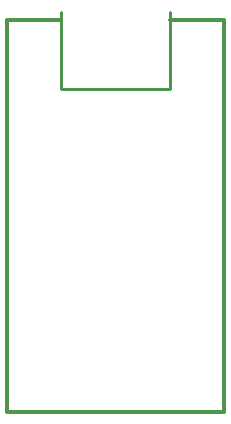
<source format=gko>
G04 Layer: BoardOutlineLayer*
G04 EasyEDA v6.5.9, 2022-08-10 12:44:31*
G04 c5846564ba334fc5ac80b38e15378060,f7cd1a63a7ae402ba8e4f3fce04b6e5d,10*
G04 Gerber Generator version 0.2*
G04 Scale: 100 percent, Rotated: No, Reflected: No *
G04 Dimensions in millimeters *
G04 leading zeros omitted , absolute positions ,4 integer and 5 decimal *
%FSLAX45Y45*%
%MOMM*%

%ADD10C,0.3000*%
%ADD11C,0.2540*%
D10*
X-507Y-3326384D02*
G01*
X1806447Y-3326384D01*
X1806447Y-2539D01*
X1352295Y-2539D01*
X-507Y-3326384D02*
G01*
X-28194Y-3326384D01*
X-28194Y-2539D01*
X428244Y-2539D01*
D11*
X428271Y-590148D02*
G01*
X428269Y63847D01*
X1352268Y-590148D02*
G01*
X1352270Y63847D01*
X1352268Y-590148D02*
G01*
X428216Y-590148D01*

%LPD*%
M02*

</source>
